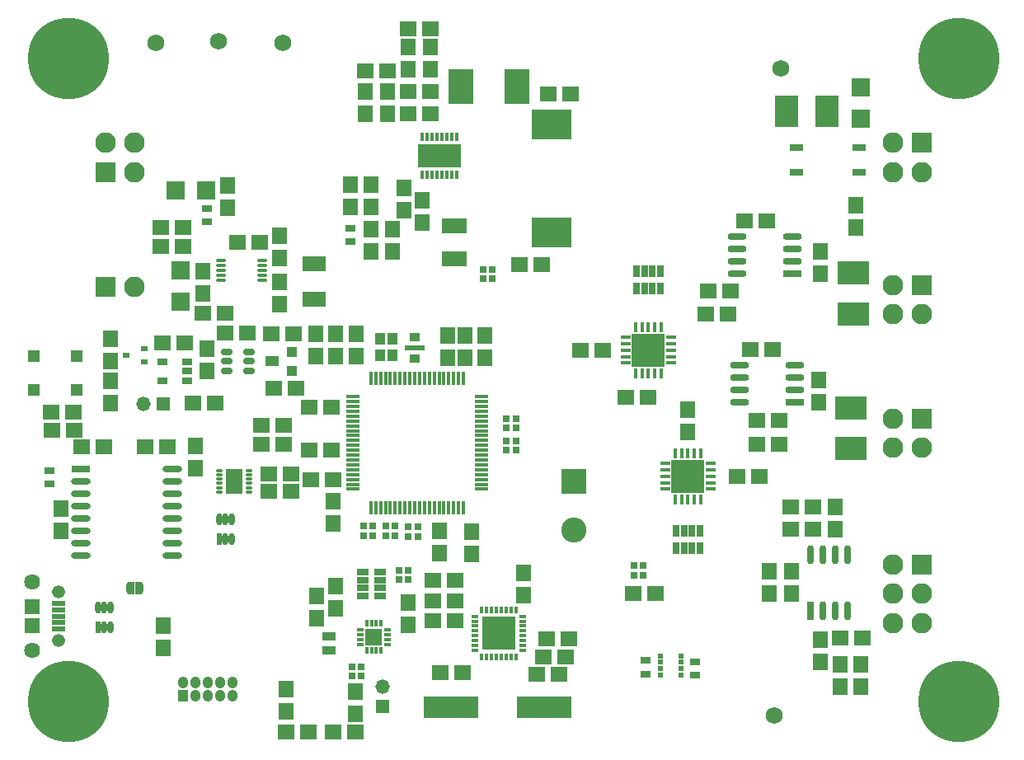
<source format=gts>
*
*
G04 PADS VX.1.1 Build Number: 678707 generated Gerber (RS-274-X) file*
G04 PC Version=2.1*
*
%IN "pCO2SensorBoard1_4_3.pc"*%
*
%MOIN*%
*
%FSLAX35Y35*%
*
*
*
*
G04 PC Standard Apertures*
*
*
G04 Thermal Relief Aperture macro.*
%AMTER*
1,1,$1,0,0*
1,0,$1-$2,0,0*
21,0,$3,$4,0,0,45*
21,0,$3,$4,0,0,135*
%
*
*
G04 Annular Aperture macro.*
%AMANN*
1,1,$1,0,0*
1,0,$2,0,0*
%
*
*
G04 Odd Aperture macro.*
%AMODD*
1,1,$1,0,0*
1,0,$1-0.005,0,0*
%
*
*
G04 PC Custom Aperture Macros*
*
*
*
*
*
*
G04 PC Aperture Table*
*
%ADD011C,0.01*%
%ADD073R,0.039X0.039*%
%ADD087C,0.001*%
%ADD329R,0.04198X0.03135*%
%ADD332R,0.083X0.083*%
%ADD333C,0.083*%
%ADD335R,0.05615X0.01875*%
%ADD336C,0.05221*%
%ADD337C,0.06402*%
%ADD338R,0.06206X0.06206*%
%ADD341R,0.058X0.058*%
%ADD342O,0.058X0.058*%
%ADD343R,0.0428X0.04828*%
%ADD344O,0.0428X0.04828*%
%ADD345R,0.09749X0.06206*%
%ADD346R,0.02898X0.02269*%
%ADD347R,0.053X0.039*%
%ADD348R,0.0282X0.03056*%
%ADD349R,0.05024X0.05024*%
%ADD352O,0.038X0.015*%
%ADD353R,0.077X0.027*%
%ADD354O,0.077X0.027*%
%ADD358R,0.02465X0.01875*%
%ADD359R,0.04237X0.01678*%
%ADD360R,0.01678X0.04237*%
%ADD361R,0.043X0.03*%
%ADD365R,0.03056X0.0282*%
%ADD368C,0.10143*%
%ADD369R,0.10143X0.10143*%
%ADD370R,0.13686X0.13686*%
%ADD372R,0.073X0.075*%
%ADD373R,0.059X0.069*%
%ADD374R,0.069X0.059*%
%ADD375R,0.075X0.073*%
%ADD376R,0.04591X0.0282*%
%ADD377R,0.01284X0.05221*%
%ADD378R,0.05221X0.01284*%
%ADD379R,0.135X0.135*%
%ADD381R,0.01481X0.03056*%
%ADD382R,0.03056X0.01481*%
%ADD398R,0.093X0.128*%
%ADD400R,0.16048X0.12111*%
%ADD401R,0.17229X0.09749*%
%ADD406R,0.03843X0.04631*%
%ADD407R,0.04237X0.03253*%
%ADD408R,0.08174X0.01875*%
%ADD409R,0.22347X0.08568*%
%ADD410R,0.027X0.077*%
%ADD411O,0.027X0.077*%
%ADD412R,0.058X0.033*%
%ADD414R,0.01284X0.0345*%
%ADD415R,0.0282X0.04591*%
%ADD420R,0.103X0.063*%
%ADD425C,0.068*%
%ADD427R,0.128X0.093*%
%ADD466R,0.0125X0.031*%
%ADD467R,0.031X0.0125*%
%ADD468R,0.069X0.069*%
%ADD479O,0.049X0.028*%
%ADD480R,0.103X0.141*%
%ADD485O,0.02859X0.01284*%
%ADD486R,0.06993X0.10143*%
%ADD489R,0.02347X0.04867*%
%ADD490O,0.02347X0.04867*%
%ADD498C,0.00394*%
%ADD499R,0.078X0.028*%
%ADD500O,0.078X0.028*%
%ADD501R,0.05615X0.02662*%
%ADD502C,0.328*%
*
*
*
*
G04 PC Circuitry*
G04 Layer Name pCO2SensorBoard1_4_3.pc - circuitry*
%LPD*%
*
*
G04 PC Custom Flashes*
G04 Layer Name pCO2SensorBoard1_4_3.pc - flashes*
%LPD*%
*
*
G04 PC Circuitry*
G04 Layer Name pCO2SensorBoard1_4_3.pc - circuitry*
%LPD*%
*
G54D11*
G01X148145Y167973D02*
X149036D01*
X149618Y167391*
Y164531*
X149036Y163949*
X148145*
X147562Y164531*
Y167391*
X148145Y167973*
X148094Y164000D02*
X149087D01*
X147562Y165000D02*
X149618D01*
X147562Y166000D02*
X149618D01*
X147562Y167000D02*
X149618D01*
X148000Y164094D02*
Y167829D01*
X149000Y163949D02*
Y167973D01*
X144208D02*
X145099D01*
X145681Y167391*
Y164531*
X145099Y163949*
X144208*
X143625Y164531*
Y167391*
X144208Y167973*
X144157Y164000D02*
X145150D01*
X143625Y165000D02*
X145681D01*
X143625Y166000D02*
X145681D01*
X143625Y167000D02*
X145681D01*
X144000Y164157D02*
Y167766D01*
X145000Y163949D02*
Y167973D01*
G54D73*
X210400Y253750D03*
Y261250D03*
G54D87*
G54D329*
X234000Y305783D03*
Y311217D03*
X112500Y207783D03*
Y213217D03*
X373500Y135967D03*
Y130533D03*
X353250Y131033D03*
Y136467D03*
X176000Y319217D03*
Y313783D03*
G54D332*
X465000Y234400D03*
X135000Y334100D03*
Y287500D03*
X465000Y288400D03*
Y345900D03*
Y175300D03*
G54D333*
X453200Y234400D03*
X465000Y222600D03*
X453200D03*
X146800Y334100D03*
X135000Y345900D03*
X146800D03*
Y287500D03*
X453200Y288400D03*
X465000Y276600D03*
X453200D03*
Y345900D03*
X465000Y334100D03*
X453200D03*
Y175300D03*
X465000Y163500D03*
X453200D03*
X465000Y151700D03*
X453200D03*
G54D335*
X116030Y159518D03*
Y156959D03*
Y154400D03*
Y151841D03*
Y149282D03*
G54D336*
Y164243D03*
Y144557D03*
G54D337*
X105400Y140620D03*
Y168180D03*
G54D338*
Y158337D03*
Y150463D03*
G54D341*
X158400Y240200D03*
X247000Y118000D03*
G54D342*
X150500Y240200D03*
X247000Y125900D03*
G54D343*
X166500Y122250D03*
G54D344*
Y127750D03*
X171500Y122250D03*
Y127750D03*
X176500Y122250D03*
Y127750D03*
X181500Y122250D03*
Y127750D03*
X186500Y122250D03*
Y127750D03*
G54D345*
X219400Y282517D03*
Y297083D03*
G54D346*
X150543Y257441D03*
Y262559D03*
X143457Y260000D03*
G54D347*
X202400Y257500D03*
G54D348*
X252000Y187000D03*
X248299D03*
Y190937D03*
X252000D03*
X352500Y171000D03*
X348799D03*
Y174937D03*
X352500D03*
X257500Y190500D03*
X261201D03*
Y186563D03*
X257500D03*
X243000Y187000D03*
X239299D03*
Y190937D03*
X243000D03*
G54D349*
X123400Y245800D03*
X105880D03*
X123400Y259580D03*
X105880D03*
G54D352*
X181600Y298140D03*
Y296170D03*
Y294200D03*
Y292230D03*
Y290260D03*
X198200D03*
Y292230D03*
Y294200D03*
Y296170D03*
Y298140D03*
G54D353*
X413800Y241000D03*
X412800Y293000D03*
G54D354*
X413800Y246000D03*
Y251000D03*
Y256000D03*
X391200D03*
Y251000D03*
Y246000D03*
Y241000D03*
X412800Y298000D03*
Y303000D03*
Y308000D03*
X390200D03*
Y303000D03*
Y298000D03*
Y293000D03*
G54D358*
X359465Y130661D03*
Y133220D03*
Y135780D03*
Y138339D03*
X367535D03*
Y135780D03*
Y133220D03*
Y130661D03*
G54D359*
X345248Y267118D03*
Y264559D03*
Y262000D03*
Y259441D03*
Y256882D03*
X363752D03*
Y259441D03*
Y262000D03*
Y264559D03*
Y267118D03*
X379752Y205882D03*
Y208441D03*
Y211000D03*
Y213559D03*
Y216118D03*
X361248D03*
Y213559D03*
Y211000D03*
Y208441D03*
Y205882D03*
G54D360*
X359618Y271252D03*
X357059D03*
X354500D03*
X351941D03*
X349382D03*
Y252748D03*
X351941D03*
X354500D03*
X357059D03*
X359618D03*
X365382Y201748D03*
X367941D03*
X370500D03*
X373059D03*
X375618D03*
Y220252D03*
X373059D03*
X370500D03*
X367941D03*
X365382D03*
G54D361*
X168100Y249750D03*
Y253500D03*
Y257250D03*
X157900D03*
Y249750D03*
G54D365*
X257500Y173000D03*
Y169299D03*
X253563D03*
Y173000D03*
X291500Y294500D03*
Y290799D03*
X287563D03*
Y294500D03*
X238500Y134000D03*
Y130299D03*
X234563D03*
Y134000D03*
X297000Y230500D03*
Y234201D03*
X300937D03*
Y230500D03*
X297000Y221500D03*
Y225201D03*
X300937D03*
Y221500D03*
G54D368*
X324500Y189157D03*
G54D369*
Y208843D03*
G54D370*
X294000Y147500D03*
G54D372*
X165500Y294300D03*
Y281700D03*
X440500Y355700D03*
Y368300D03*
G54D373*
X257500Y160000D03*
Y151000D03*
X438469Y320663D03*
Y311663D03*
X273306Y267956D03*
Y258956D03*
X283137Y188546D03*
Y179546D03*
X304025Y162955D03*
Y171955D03*
X171445Y214421D03*
Y223421D03*
X117021Y197824D03*
Y188824D03*
X174500Y294000D03*
Y285000D03*
X263000Y322500D03*
Y313500D03*
X255816Y327727D03*
Y318727D03*
X242500Y329000D03*
Y320000D03*
X249000Y357500D03*
Y366500D03*
X240000Y357500D03*
Y366500D03*
X251000Y302000D03*
Y311000D03*
X242500Y302000D03*
Y311000D03*
X234000Y320000D03*
Y329000D03*
X227000Y201000D03*
Y192000D03*
X158500Y141500D03*
Y150500D03*
X424000Y293000D03*
Y302000D03*
X423500Y241000D03*
Y250000D03*
X176000Y253500D03*
Y262500D03*
X236000Y124000D03*
Y115000D03*
X208000Y125000D03*
Y116000D03*
X280500Y259000D03*
Y268000D03*
X220000Y259500D03*
Y268500D03*
X228000Y259500D03*
Y268500D03*
X236500Y259500D03*
Y268500D03*
X288500Y259000D03*
Y268000D03*
X205400Y289700D03*
Y280700D03*
Y299200D03*
Y308200D03*
X403500Y163500D03*
Y172500D03*
X432000Y135000D03*
Y126000D03*
X137000Y257700D03*
Y266700D03*
X228000Y157500D03*
Y166500D03*
X220500Y153500D03*
Y162500D03*
X440500Y126000D03*
Y135000D03*
X424000Y136000D03*
Y145000D03*
X412500Y163500D03*
Y172500D03*
X430000Y189500D03*
Y198500D03*
X137000Y240700D03*
Y249700D03*
X257500Y375500D03*
Y384500D03*
X266500Y375500D03*
Y384500D03*
X184500Y319500D03*
Y328500D03*
X370500Y229000D03*
Y238000D03*
X270000Y189000D03*
Y180000D03*
G54D374*
X267500Y152500D03*
X276500D03*
X267500Y160500D03*
X276500D03*
X158000Y265000D03*
X167000D03*
X183500Y277000D03*
X174500D03*
X404540Y262394D03*
X395540D03*
X402189Y314158D03*
X393189D03*
X378527Y285952D03*
X387527D03*
X386533Y276757D03*
X377533D03*
X313407Y145189D03*
X322407D03*
X311904Y137987D03*
X320904D03*
X266500Y366500D03*
X257500D03*
Y357500D03*
X266500D03*
X240000Y375000D03*
X249000D03*
X311500Y296500D03*
X302500D03*
X323000Y365500D03*
X314000D03*
X198000Y224000D03*
X207000D03*
X276500Y169000D03*
X267500D03*
X407500Y224000D03*
X398500D03*
Y233500D03*
X407500D03*
X211000Y268500D03*
X202000D03*
X203000Y246500D03*
X212000D03*
X309500Y131000D03*
X318500D03*
X279500Y131500D03*
X270500D03*
X227000Y107500D03*
X236000D03*
X210000Y212000D03*
X201000D03*
Y205000D03*
X210000D03*
X421000Y198500D03*
X412000D03*
X421000Y189500D03*
X412000D03*
X188400Y305700D03*
X197400D03*
X432000Y145500D03*
X441000D03*
X192500Y269000D03*
X183500D03*
X179500Y240500D03*
X170500D03*
X122000Y237000D03*
X113000D03*
X217000Y107500D03*
X208000D03*
X122500Y229500D03*
X113500D03*
X266500Y392000D03*
X257500D03*
X125500Y223000D03*
X134500D03*
X160000D03*
X151000D03*
X198000Y231500D03*
X207000D03*
X357500Y163500D03*
X348500D03*
X336000Y262000D03*
X327000D03*
X157500Y311500D03*
X166500D03*
Y304000D03*
X157500D03*
X354500Y243000D03*
X345500D03*
X390500Y211000D03*
X399500D03*
X217500Y221500D03*
X226500D03*
Y239000D03*
X217500D03*
X227000Y209500D03*
X218000D03*
G54D375*
X175800Y326500D03*
X163200D03*
G54D376*
X238957Y162776D03*
Y165925D03*
Y169075D03*
Y172224D03*
X246043D03*
Y169075D03*
Y165925D03*
Y162776D03*
G54D377*
X242299Y198417D03*
X244268D03*
X246236D03*
X248205D03*
X250173D03*
X252142D03*
X254110D03*
X256079D03*
X258047D03*
X260016D03*
X261984D03*
X263953D03*
X265921D03*
X267890D03*
X269858D03*
X271827D03*
X273795D03*
X275764D03*
X277732D03*
X279701D03*
Y250583D03*
X277732D03*
X275764D03*
X273795D03*
X271827D03*
X269858D03*
X267890D03*
X265921D03*
X263953D03*
X261984D03*
X260016D03*
X258047D03*
X256079D03*
X254110D03*
X252142D03*
X250173D03*
X248205D03*
X246236D03*
X244268D03*
X242299D03*
G54D378*
X234917Y243201D03*
Y241232D03*
Y239264D03*
Y237295D03*
Y235327D03*
Y233358D03*
Y231390D03*
Y229421D03*
Y227453D03*
Y225484D03*
Y223516D03*
Y221547D03*
Y219579D03*
Y217610D03*
Y215642D03*
Y213673D03*
Y211705D03*
Y209736D03*
Y207768D03*
Y205799D03*
X287083D03*
Y207768D03*
Y209736D03*
Y211705D03*
Y213673D03*
Y215642D03*
Y217610D03*
Y219579D03*
Y221547D03*
Y223516D03*
Y225484D03*
Y227453D03*
Y229421D03*
Y231390D03*
Y233358D03*
Y235327D03*
Y237295D03*
Y239264D03*
Y241232D03*
Y243201D03*
G54D379*
X354500Y262000D03*
X370500Y211000D03*
G54D381*
X300890Y157047D03*
X298921D03*
X296953D03*
X294984D03*
X293016D03*
X291047D03*
X289079D03*
X287110D03*
Y137953D03*
X289079D03*
X291047D03*
X293016D03*
X294984D03*
X296953D03*
X298921D03*
X300890D03*
G54D382*
X303547Y140610D03*
Y142579D03*
Y144547D03*
Y146516D03*
Y148484D03*
Y150453D03*
Y152421D03*
Y154390D03*
X284453D03*
Y152421D03*
Y150453D03*
Y148484D03*
Y146516D03*
Y144547D03*
Y142579D03*
Y140610D03*
G54D398*
X426750Y358500D03*
X410250D03*
G54D400*
X315500Y309650D03*
Y353350D03*
G54D401*
X270000Y340500D03*
G54D406*
X246000Y266500D03*
Y259807D03*
X251118D03*
Y266500D03*
G54D407*
X260000Y267429D03*
Y258571D03*
G54D408*
Y263000D03*
G54D409*
X312201Y117500D03*
X274799D03*
G54D410*
X420000Y156700D03*
G54D411*
X425000D03*
X430000D03*
X435000D03*
Y179300D03*
X430000D03*
X425000D03*
X420000D03*
G54D412*
X225500Y146400D03*
Y140600D03*
G54D414*
X276890Y348177D03*
X274921D03*
X272953D03*
X270984D03*
X269016D03*
X267047D03*
X265079D03*
X263110D03*
Y332823D03*
X265079D03*
X267047D03*
X269016D03*
X270984D03*
X272953D03*
X274921D03*
X276890D03*
G54D415*
X359224Y286957D03*
X356075D03*
X352925D03*
X349776D03*
Y294043D03*
X352925D03*
X356075D03*
X359224D03*
X365776Y189043D03*
X368925D03*
X372075D03*
X375224D03*
Y181957D03*
X372075D03*
X368925D03*
X365776D03*
G54D420*
X275949Y312435D03*
Y298935D03*
G54D425*
X408126Y375913D03*
X180600Y387000D03*
X155200Y386400D03*
X405400Y114400D03*
X206600Y386200D03*
G54D427*
X436500Y238750D03*
Y222250D03*
X437500Y293250D03*
Y276750D03*
G54D466*
X240547Y140539D03*
X242516D03*
X244484D03*
X246453D03*
Y151465D03*
X244484D03*
X242516D03*
X240547D03*
G54D467*
X248965Y143047D03*
Y145016D03*
Y146984D03*
Y148953D03*
X238039D03*
Y146984D03*
Y145016D03*
Y143047D03*
G54D468*
X243500Y146000D03*
G54D479*
X193000Y253760D03*
Y257500D03*
Y261240D03*
X184000D03*
Y257500D03*
Y253760D03*
G54D480*
X278800Y368500D03*
X301200D03*
G54D485*
X193102Y204571D03*
Y206343D03*
Y208114D03*
Y209886D03*
Y211657D03*
Y213429D03*
X180898D03*
Y211657D03*
Y209886D03*
Y208114D03*
Y206343D03*
Y204571D03*
G54D486*
X187000Y209000D03*
G54D489*
X131940Y150000D03*
X180940Y185500D03*
G54D490*
X134500Y150000D03*
X137060D03*
Y158000D03*
X134500D03*
X131940D03*
X183500Y185500D03*
X186060D03*
Y193500D03*
X183500D03*
X180940D03*
G54D498*
X147062Y163646D02*
X148150D01*
Y168277*
X147062*
Y163646*
X147212D02*
Y168277D01*
X147409Y163646D02*
Y168277D01*
X147606Y163646D02*
Y168277D01*
X147803Y163646D02*
Y168277D01*
X148000Y163646D02*
Y168277D01*
X145094Y163646D02*
X146181D01*
Y168277*
X145094*
Y163646*
X145244D02*
Y168277D01*
X145441Y163646D02*
Y168277D01*
X145637Y163646D02*
Y168277D01*
X145834Y163646D02*
Y168277D01*
X146031Y163646D02*
Y168277D01*
G54D499*
X124900Y214000D03*
G54D500*
Y209000D03*
Y204000D03*
Y199000D03*
Y194000D03*
Y189000D03*
Y184000D03*
Y179000D03*
X162100D03*
Y184000D03*
Y189000D03*
Y194000D03*
Y199000D03*
Y204000D03*
Y209000D03*
Y214000D03*
G54D501*
X414303Y344000D03*
Y334000D03*
X439697D03*
Y344000D03*
G54D502*
X120000Y380000D03*
X480000D03*
Y120000D03*
X120000D03*
X0Y0D02*
M02*

</source>
